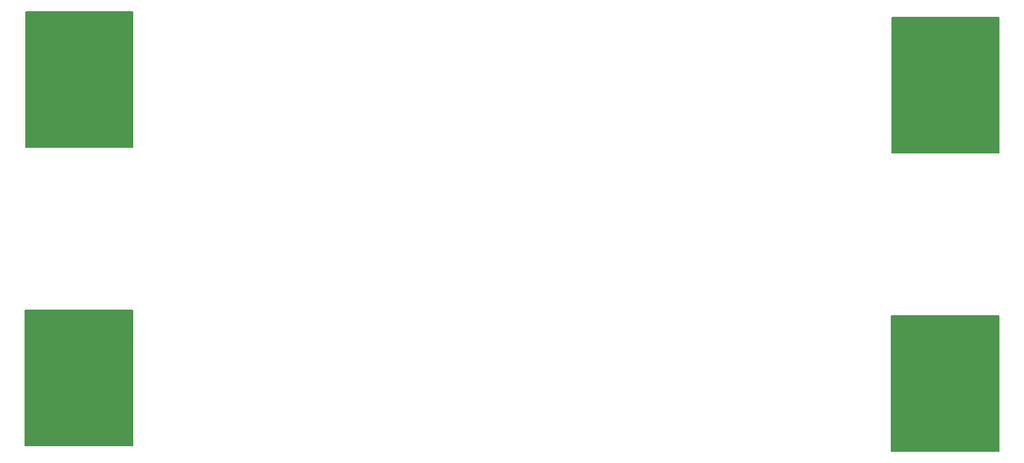
<source format=gbr>
%TF.GenerationSoftware,KiCad,Pcbnew,(6.0.4-0)*%
%TF.CreationDate,2022-05-03T11:23:51+02:00*%
%TF.ProjectId,AluminumCover,416c756d-696e-4756-9d43-6f7665722e6b,rev?*%
%TF.SameCoordinates,Original*%
%TF.FileFunction,Soldermask,Top*%
%TF.FilePolarity,Negative*%
%FSLAX46Y46*%
G04 Gerber Fmt 4.6, Leading zero omitted, Abs format (unit mm)*
G04 Created by KiCad (PCBNEW (6.0.4-0)) date 2022-05-03 11:23:51*
%MOMM*%
%LPD*%
G01*
G04 APERTURE LIST*
%ADD10C,0.200000*%
G04 APERTURE END LIST*
D10*
X197210000Y-104670000D02*
X210130000Y-104670000D01*
X210130000Y-104670000D02*
X210130000Y-121050000D01*
X210130000Y-121050000D02*
X197210000Y-121050000D01*
X197210000Y-121050000D02*
X197210000Y-104670000D01*
G36*
X197210000Y-104670000D02*
G01*
X210130000Y-104670000D01*
X210130000Y-121050000D01*
X197210000Y-121050000D01*
X197210000Y-104670000D01*
G37*
X197260000Y-68630000D02*
X210180000Y-68630000D01*
X210180000Y-68630000D02*
X210180000Y-85010000D01*
X210180000Y-85010000D02*
X197260000Y-85010000D01*
X197260000Y-85010000D02*
X197260000Y-68630000D01*
G36*
X197260000Y-68630000D02*
G01*
X210180000Y-68630000D01*
X210180000Y-85010000D01*
X197260000Y-85010000D01*
X197260000Y-68630000D01*
G37*
X92650000Y-103990000D02*
X105570000Y-103990000D01*
X105570000Y-103990000D02*
X105570000Y-120370000D01*
X105570000Y-120370000D02*
X92650000Y-120370000D01*
X92650000Y-120370000D02*
X92650000Y-103990000D01*
G36*
X92650000Y-103990000D02*
G01*
X105570000Y-103990000D01*
X105570000Y-120370000D01*
X92650000Y-120370000D01*
X92650000Y-103990000D01*
G37*
X92700000Y-67950000D02*
X105620000Y-67950000D01*
X105620000Y-67950000D02*
X105620000Y-84330000D01*
X105620000Y-84330000D02*
X92700000Y-84330000D01*
X92700000Y-84330000D02*
X92700000Y-67950000D01*
G36*
X92700000Y-67950000D02*
G01*
X105620000Y-67950000D01*
X105620000Y-84330000D01*
X92700000Y-84330000D01*
X92700000Y-67950000D01*
G37*
M02*

</source>
